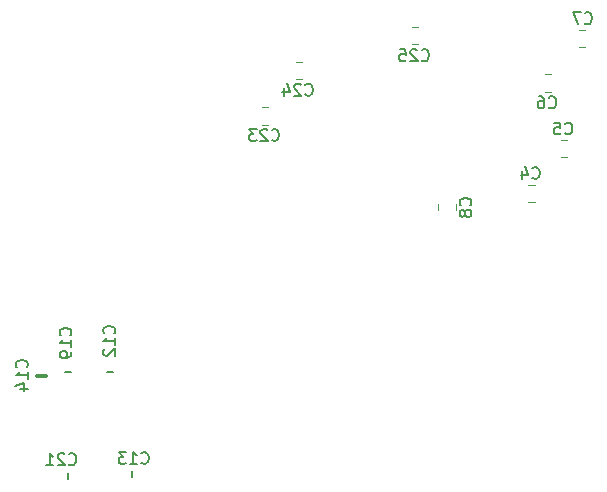
<source format=gbr>
%TF.GenerationSoftware,KiCad,Pcbnew,7.0.3*%
%TF.CreationDate,2023-06-15T19:17:25+02:00*%
%TF.ProjectId,osc_v2,6f73635f-7632-42e6-9b69-6361645f7063,rev?*%
%TF.SameCoordinates,PX4300198PY9aaf9c0*%
%TF.FileFunction,Legend,Bot*%
%TF.FilePolarity,Positive*%
%FSLAX46Y46*%
G04 Gerber Fmt 4.6, Leading zero omitted, Abs format (unit mm)*
G04 Created by KiCad (PCBNEW 7.0.3) date 2023-06-15 19:17:25*
%MOMM*%
%LPD*%
G01*
G04 APERTURE LIST*
%ADD10C,0.150000*%
%ADD11C,0.203200*%
%ADD12C,0.120000*%
%ADD13C,0.304800*%
G04 APERTURE END LIST*
D10*
%TO.C,C12*%
X22374580Y21691793D02*
X22422200Y21739412D01*
X22422200Y21739412D02*
X22469819Y21882269D01*
X22469819Y21882269D02*
X22469819Y21977507D01*
X22469819Y21977507D02*
X22422200Y22120364D01*
X22422200Y22120364D02*
X22326961Y22215602D01*
X22326961Y22215602D02*
X22231723Y22263221D01*
X22231723Y22263221D02*
X22041247Y22310840D01*
X22041247Y22310840D02*
X21898390Y22310840D01*
X21898390Y22310840D02*
X21707914Y22263221D01*
X21707914Y22263221D02*
X21612676Y22215602D01*
X21612676Y22215602D02*
X21517438Y22120364D01*
X21517438Y22120364D02*
X21469819Y21977507D01*
X21469819Y21977507D02*
X21469819Y21882269D01*
X21469819Y21882269D02*
X21517438Y21739412D01*
X21517438Y21739412D02*
X21565057Y21691793D01*
X22469819Y20739412D02*
X22469819Y21310840D01*
X22469819Y21025126D02*
X21469819Y21025126D01*
X21469819Y21025126D02*
X21612676Y21120364D01*
X21612676Y21120364D02*
X21707914Y21215602D01*
X21707914Y21215602D02*
X21755533Y21310840D01*
X21565057Y20358459D02*
X21517438Y20310840D01*
X21517438Y20310840D02*
X21469819Y20215602D01*
X21469819Y20215602D02*
X21469819Y19977507D01*
X21469819Y19977507D02*
X21517438Y19882269D01*
X21517438Y19882269D02*
X21565057Y19834650D01*
X21565057Y19834650D02*
X21660295Y19787031D01*
X21660295Y19787031D02*
X21755533Y19787031D01*
X21755533Y19787031D02*
X21898390Y19834650D01*
X21898390Y19834650D02*
X22469819Y20406078D01*
X22469819Y20406078D02*
X22469819Y19787031D01*
%TO.C,C25*%
X48414173Y44830420D02*
X48461792Y44782800D01*
X48461792Y44782800D02*
X48604649Y44735181D01*
X48604649Y44735181D02*
X48699887Y44735181D01*
X48699887Y44735181D02*
X48842744Y44782800D01*
X48842744Y44782800D02*
X48937982Y44878039D01*
X48937982Y44878039D02*
X48985601Y44973277D01*
X48985601Y44973277D02*
X49033220Y45163753D01*
X49033220Y45163753D02*
X49033220Y45306610D01*
X49033220Y45306610D02*
X48985601Y45497086D01*
X48985601Y45497086D02*
X48937982Y45592324D01*
X48937982Y45592324D02*
X48842744Y45687562D01*
X48842744Y45687562D02*
X48699887Y45735181D01*
X48699887Y45735181D02*
X48604649Y45735181D01*
X48604649Y45735181D02*
X48461792Y45687562D01*
X48461792Y45687562D02*
X48414173Y45639943D01*
X48033220Y45639943D02*
X47985601Y45687562D01*
X47985601Y45687562D02*
X47890363Y45735181D01*
X47890363Y45735181D02*
X47652268Y45735181D01*
X47652268Y45735181D02*
X47557030Y45687562D01*
X47557030Y45687562D02*
X47509411Y45639943D01*
X47509411Y45639943D02*
X47461792Y45544705D01*
X47461792Y45544705D02*
X47461792Y45449467D01*
X47461792Y45449467D02*
X47509411Y45306610D01*
X47509411Y45306610D02*
X48080839Y44735181D01*
X48080839Y44735181D02*
X47461792Y44735181D01*
X46557030Y45735181D02*
X47033220Y45735181D01*
X47033220Y45735181D02*
X47080839Y45258991D01*
X47080839Y45258991D02*
X47033220Y45306610D01*
X47033220Y45306610D02*
X46937982Y45354229D01*
X46937982Y45354229D02*
X46699887Y45354229D01*
X46699887Y45354229D02*
X46604649Y45306610D01*
X46604649Y45306610D02*
X46557030Y45258991D01*
X46557030Y45258991D02*
X46509411Y45163753D01*
X46509411Y45163753D02*
X46509411Y44925658D01*
X46509411Y44925658D02*
X46557030Y44830420D01*
X46557030Y44830420D02*
X46604649Y44782800D01*
X46604649Y44782800D02*
X46699887Y44735181D01*
X46699887Y44735181D02*
X46937982Y44735181D01*
X46937982Y44735181D02*
X47033220Y44782800D01*
X47033220Y44782800D02*
X47080839Y44830420D01*
%TO.C,C13*%
X24691792Y10725420D02*
X24739411Y10677800D01*
X24739411Y10677800D02*
X24882268Y10630181D01*
X24882268Y10630181D02*
X24977506Y10630181D01*
X24977506Y10630181D02*
X25120363Y10677800D01*
X25120363Y10677800D02*
X25215601Y10773039D01*
X25215601Y10773039D02*
X25263220Y10868277D01*
X25263220Y10868277D02*
X25310839Y11058753D01*
X25310839Y11058753D02*
X25310839Y11201610D01*
X25310839Y11201610D02*
X25263220Y11392086D01*
X25263220Y11392086D02*
X25215601Y11487324D01*
X25215601Y11487324D02*
X25120363Y11582562D01*
X25120363Y11582562D02*
X24977506Y11630181D01*
X24977506Y11630181D02*
X24882268Y11630181D01*
X24882268Y11630181D02*
X24739411Y11582562D01*
X24739411Y11582562D02*
X24691792Y11534943D01*
X23739411Y10630181D02*
X24310839Y10630181D01*
X24025125Y10630181D02*
X24025125Y11630181D01*
X24025125Y11630181D02*
X24120363Y11487324D01*
X24120363Y11487324D02*
X24215601Y11392086D01*
X24215601Y11392086D02*
X24310839Y11344467D01*
X23406077Y11630181D02*
X22787030Y11630181D01*
X22787030Y11630181D02*
X23120363Y11249229D01*
X23120363Y11249229D02*
X22977506Y11249229D01*
X22977506Y11249229D02*
X22882268Y11201610D01*
X22882268Y11201610D02*
X22834649Y11153991D01*
X22834649Y11153991D02*
X22787030Y11058753D01*
X22787030Y11058753D02*
X22787030Y10820658D01*
X22787030Y10820658D02*
X22834649Y10725420D01*
X22834649Y10725420D02*
X22882268Y10677800D01*
X22882268Y10677800D02*
X22977506Y10630181D01*
X22977506Y10630181D02*
X23263220Y10630181D01*
X23263220Y10630181D02*
X23358458Y10677800D01*
X23358458Y10677800D02*
X23406077Y10725420D01*
%TO.C,C7*%
X62217982Y47960420D02*
X62265601Y47912800D01*
X62265601Y47912800D02*
X62408458Y47865181D01*
X62408458Y47865181D02*
X62503696Y47865181D01*
X62503696Y47865181D02*
X62646553Y47912800D01*
X62646553Y47912800D02*
X62741791Y48008039D01*
X62741791Y48008039D02*
X62789410Y48103277D01*
X62789410Y48103277D02*
X62837029Y48293753D01*
X62837029Y48293753D02*
X62837029Y48436610D01*
X62837029Y48436610D02*
X62789410Y48627086D01*
X62789410Y48627086D02*
X62741791Y48722324D01*
X62741791Y48722324D02*
X62646553Y48817562D01*
X62646553Y48817562D02*
X62503696Y48865181D01*
X62503696Y48865181D02*
X62408458Y48865181D01*
X62408458Y48865181D02*
X62265601Y48817562D01*
X62265601Y48817562D02*
X62217982Y48769943D01*
X61884648Y48865181D02*
X61217982Y48865181D01*
X61217982Y48865181D02*
X61646553Y47865181D01*
%TO.C,C24*%
X38576673Y41910420D02*
X38624292Y41862800D01*
X38624292Y41862800D02*
X38767149Y41815181D01*
X38767149Y41815181D02*
X38862387Y41815181D01*
X38862387Y41815181D02*
X39005244Y41862800D01*
X39005244Y41862800D02*
X39100482Y41958039D01*
X39100482Y41958039D02*
X39148101Y42053277D01*
X39148101Y42053277D02*
X39195720Y42243753D01*
X39195720Y42243753D02*
X39195720Y42386610D01*
X39195720Y42386610D02*
X39148101Y42577086D01*
X39148101Y42577086D02*
X39100482Y42672324D01*
X39100482Y42672324D02*
X39005244Y42767562D01*
X39005244Y42767562D02*
X38862387Y42815181D01*
X38862387Y42815181D02*
X38767149Y42815181D01*
X38767149Y42815181D02*
X38624292Y42767562D01*
X38624292Y42767562D02*
X38576673Y42719943D01*
X38195720Y42719943D02*
X38148101Y42767562D01*
X38148101Y42767562D02*
X38052863Y42815181D01*
X38052863Y42815181D02*
X37814768Y42815181D01*
X37814768Y42815181D02*
X37719530Y42767562D01*
X37719530Y42767562D02*
X37671911Y42719943D01*
X37671911Y42719943D02*
X37624292Y42624705D01*
X37624292Y42624705D02*
X37624292Y42529467D01*
X37624292Y42529467D02*
X37671911Y42386610D01*
X37671911Y42386610D02*
X38243339Y41815181D01*
X38243339Y41815181D02*
X37624292Y41815181D01*
X36767149Y42481848D02*
X36767149Y41815181D01*
X37005244Y42862800D02*
X37243339Y42148515D01*
X37243339Y42148515D02*
X36624292Y42148515D01*
%TO.C,C21*%
X18544292Y10619320D02*
X18591911Y10571700D01*
X18591911Y10571700D02*
X18734768Y10524081D01*
X18734768Y10524081D02*
X18830006Y10524081D01*
X18830006Y10524081D02*
X18972863Y10571700D01*
X18972863Y10571700D02*
X19068101Y10666939D01*
X19068101Y10666939D02*
X19115720Y10762177D01*
X19115720Y10762177D02*
X19163339Y10952653D01*
X19163339Y10952653D02*
X19163339Y11095510D01*
X19163339Y11095510D02*
X19115720Y11285986D01*
X19115720Y11285986D02*
X19068101Y11381224D01*
X19068101Y11381224D02*
X18972863Y11476462D01*
X18972863Y11476462D02*
X18830006Y11524081D01*
X18830006Y11524081D02*
X18734768Y11524081D01*
X18734768Y11524081D02*
X18591911Y11476462D01*
X18591911Y11476462D02*
X18544292Y11428843D01*
X18163339Y11428843D02*
X18115720Y11476462D01*
X18115720Y11476462D02*
X18020482Y11524081D01*
X18020482Y11524081D02*
X17782387Y11524081D01*
X17782387Y11524081D02*
X17687149Y11476462D01*
X17687149Y11476462D02*
X17639530Y11428843D01*
X17639530Y11428843D02*
X17591911Y11333605D01*
X17591911Y11333605D02*
X17591911Y11238367D01*
X17591911Y11238367D02*
X17639530Y11095510D01*
X17639530Y11095510D02*
X18210958Y10524081D01*
X18210958Y10524081D02*
X17591911Y10524081D01*
X16639530Y10524081D02*
X17210958Y10524081D01*
X16925244Y10524081D02*
X16925244Y11524081D01*
X16925244Y11524081D02*
X17020482Y11381224D01*
X17020482Y11381224D02*
X17115720Y11285986D01*
X17115720Y11285986D02*
X17210958Y11238367D01*
%TO.C,C19*%
X18674580Y21513717D02*
X18722200Y21561336D01*
X18722200Y21561336D02*
X18769819Y21704193D01*
X18769819Y21704193D02*
X18769819Y21799431D01*
X18769819Y21799431D02*
X18722200Y21942288D01*
X18722200Y21942288D02*
X18626961Y22037526D01*
X18626961Y22037526D02*
X18531723Y22085145D01*
X18531723Y22085145D02*
X18341247Y22132764D01*
X18341247Y22132764D02*
X18198390Y22132764D01*
X18198390Y22132764D02*
X18007914Y22085145D01*
X18007914Y22085145D02*
X17912676Y22037526D01*
X17912676Y22037526D02*
X17817438Y21942288D01*
X17817438Y21942288D02*
X17769819Y21799431D01*
X17769819Y21799431D02*
X17769819Y21704193D01*
X17769819Y21704193D02*
X17817438Y21561336D01*
X17817438Y21561336D02*
X17865057Y21513717D01*
X18769819Y20561336D02*
X18769819Y21132764D01*
X18769819Y20847050D02*
X17769819Y20847050D01*
X17769819Y20847050D02*
X17912676Y20942288D01*
X17912676Y20942288D02*
X18007914Y21037526D01*
X18007914Y21037526D02*
X18055533Y21132764D01*
X18769819Y20085145D02*
X18769819Y19894669D01*
X18769819Y19894669D02*
X18722200Y19799431D01*
X18722200Y19799431D02*
X18674580Y19751812D01*
X18674580Y19751812D02*
X18531723Y19656574D01*
X18531723Y19656574D02*
X18341247Y19608955D01*
X18341247Y19608955D02*
X17960295Y19608955D01*
X17960295Y19608955D02*
X17865057Y19656574D01*
X17865057Y19656574D02*
X17817438Y19704193D01*
X17817438Y19704193D02*
X17769819Y19799431D01*
X17769819Y19799431D02*
X17769819Y19989907D01*
X17769819Y19989907D02*
X17817438Y20085145D01*
X17817438Y20085145D02*
X17865057Y20132764D01*
X17865057Y20132764D02*
X17960295Y20180383D01*
X17960295Y20180383D02*
X18198390Y20180383D01*
X18198390Y20180383D02*
X18293628Y20132764D01*
X18293628Y20132764D02*
X18341247Y20085145D01*
X18341247Y20085145D02*
X18388866Y19989907D01*
X18388866Y19989907D02*
X18388866Y19799431D01*
X18388866Y19799431D02*
X18341247Y19704193D01*
X18341247Y19704193D02*
X18293628Y19656574D01*
X18293628Y19656574D02*
X18198390Y19608955D01*
%TO.C,C14*%
X14974580Y18796555D02*
X15022200Y18844174D01*
X15022200Y18844174D02*
X15069819Y18987031D01*
X15069819Y18987031D02*
X15069819Y19082269D01*
X15069819Y19082269D02*
X15022200Y19225126D01*
X15022200Y19225126D02*
X14926961Y19320364D01*
X14926961Y19320364D02*
X14831723Y19367983D01*
X14831723Y19367983D02*
X14641247Y19415602D01*
X14641247Y19415602D02*
X14498390Y19415602D01*
X14498390Y19415602D02*
X14307914Y19367983D01*
X14307914Y19367983D02*
X14212676Y19320364D01*
X14212676Y19320364D02*
X14117438Y19225126D01*
X14117438Y19225126D02*
X14069819Y19082269D01*
X14069819Y19082269D02*
X14069819Y18987031D01*
X14069819Y18987031D02*
X14117438Y18844174D01*
X14117438Y18844174D02*
X14165057Y18796555D01*
X15069819Y17844174D02*
X15069819Y18415602D01*
X15069819Y18129888D02*
X14069819Y18129888D01*
X14069819Y18129888D02*
X14212676Y18225126D01*
X14212676Y18225126D02*
X14307914Y18320364D01*
X14307914Y18320364D02*
X14355533Y18415602D01*
X14403152Y16987031D02*
X15069819Y16987031D01*
X14022200Y17225126D02*
X14736485Y17463221D01*
X14736485Y17463221D02*
X14736485Y16844174D01*
%TO.C,C6*%
X59197982Y40840420D02*
X59245601Y40792800D01*
X59245601Y40792800D02*
X59388458Y40745181D01*
X59388458Y40745181D02*
X59483696Y40745181D01*
X59483696Y40745181D02*
X59626553Y40792800D01*
X59626553Y40792800D02*
X59721791Y40888039D01*
X59721791Y40888039D02*
X59769410Y40983277D01*
X59769410Y40983277D02*
X59817029Y41173753D01*
X59817029Y41173753D02*
X59817029Y41316610D01*
X59817029Y41316610D02*
X59769410Y41507086D01*
X59769410Y41507086D02*
X59721791Y41602324D01*
X59721791Y41602324D02*
X59626553Y41697562D01*
X59626553Y41697562D02*
X59483696Y41745181D01*
X59483696Y41745181D02*
X59388458Y41745181D01*
X59388458Y41745181D02*
X59245601Y41697562D01*
X59245601Y41697562D02*
X59197982Y41649943D01*
X58340839Y41745181D02*
X58531315Y41745181D01*
X58531315Y41745181D02*
X58626553Y41697562D01*
X58626553Y41697562D02*
X58674172Y41649943D01*
X58674172Y41649943D02*
X58769410Y41507086D01*
X58769410Y41507086D02*
X58817029Y41316610D01*
X58817029Y41316610D02*
X58817029Y40935658D01*
X58817029Y40935658D02*
X58769410Y40840420D01*
X58769410Y40840420D02*
X58721791Y40792800D01*
X58721791Y40792800D02*
X58626553Y40745181D01*
X58626553Y40745181D02*
X58436077Y40745181D01*
X58436077Y40745181D02*
X58340839Y40792800D01*
X58340839Y40792800D02*
X58293220Y40840420D01*
X58293220Y40840420D02*
X58245601Y40935658D01*
X58245601Y40935658D02*
X58245601Y41173753D01*
X58245601Y41173753D02*
X58293220Y41268991D01*
X58293220Y41268991D02*
X58340839Y41316610D01*
X58340839Y41316610D02*
X58436077Y41364229D01*
X58436077Y41364229D02*
X58626553Y41364229D01*
X58626553Y41364229D02*
X58721791Y41316610D01*
X58721791Y41316610D02*
X58769410Y41268991D01*
X58769410Y41268991D02*
X58817029Y41173753D01*
%TO.C,C8*%
X52539580Y32517983D02*
X52587200Y32565602D01*
X52587200Y32565602D02*
X52634819Y32708459D01*
X52634819Y32708459D02*
X52634819Y32803697D01*
X52634819Y32803697D02*
X52587200Y32946554D01*
X52587200Y32946554D02*
X52491961Y33041792D01*
X52491961Y33041792D02*
X52396723Y33089411D01*
X52396723Y33089411D02*
X52206247Y33137030D01*
X52206247Y33137030D02*
X52063390Y33137030D01*
X52063390Y33137030D02*
X51872914Y33089411D01*
X51872914Y33089411D02*
X51777676Y33041792D01*
X51777676Y33041792D02*
X51682438Y32946554D01*
X51682438Y32946554D02*
X51634819Y32803697D01*
X51634819Y32803697D02*
X51634819Y32708459D01*
X51634819Y32708459D02*
X51682438Y32565602D01*
X51682438Y32565602D02*
X51730057Y32517983D01*
X52063390Y31946554D02*
X52015771Y32041792D01*
X52015771Y32041792D02*
X51968152Y32089411D01*
X51968152Y32089411D02*
X51872914Y32137030D01*
X51872914Y32137030D02*
X51825295Y32137030D01*
X51825295Y32137030D02*
X51730057Y32089411D01*
X51730057Y32089411D02*
X51682438Y32041792D01*
X51682438Y32041792D02*
X51634819Y31946554D01*
X51634819Y31946554D02*
X51634819Y31756078D01*
X51634819Y31756078D02*
X51682438Y31660840D01*
X51682438Y31660840D02*
X51730057Y31613221D01*
X51730057Y31613221D02*
X51825295Y31565602D01*
X51825295Y31565602D02*
X51872914Y31565602D01*
X51872914Y31565602D02*
X51968152Y31613221D01*
X51968152Y31613221D02*
X52015771Y31660840D01*
X52015771Y31660840D02*
X52063390Y31756078D01*
X52063390Y31756078D02*
X52063390Y31946554D01*
X52063390Y31946554D02*
X52111009Y32041792D01*
X52111009Y32041792D02*
X52158628Y32089411D01*
X52158628Y32089411D02*
X52253866Y32137030D01*
X52253866Y32137030D02*
X52444342Y32137030D01*
X52444342Y32137030D02*
X52539580Y32089411D01*
X52539580Y32089411D02*
X52587200Y32041792D01*
X52587200Y32041792D02*
X52634819Y31946554D01*
X52634819Y31946554D02*
X52634819Y31756078D01*
X52634819Y31756078D02*
X52587200Y31660840D01*
X52587200Y31660840D02*
X52539580Y31613221D01*
X52539580Y31613221D02*
X52444342Y31565602D01*
X52444342Y31565602D02*
X52253866Y31565602D01*
X52253866Y31565602D02*
X52158628Y31613221D01*
X52158628Y31613221D02*
X52111009Y31660840D01*
X52111009Y31660840D02*
X52063390Y31756078D01*
%TO.C,C23*%
X35726673Y38060420D02*
X35774292Y38012800D01*
X35774292Y38012800D02*
X35917149Y37965181D01*
X35917149Y37965181D02*
X36012387Y37965181D01*
X36012387Y37965181D02*
X36155244Y38012800D01*
X36155244Y38012800D02*
X36250482Y38108039D01*
X36250482Y38108039D02*
X36298101Y38203277D01*
X36298101Y38203277D02*
X36345720Y38393753D01*
X36345720Y38393753D02*
X36345720Y38536610D01*
X36345720Y38536610D02*
X36298101Y38727086D01*
X36298101Y38727086D02*
X36250482Y38822324D01*
X36250482Y38822324D02*
X36155244Y38917562D01*
X36155244Y38917562D02*
X36012387Y38965181D01*
X36012387Y38965181D02*
X35917149Y38965181D01*
X35917149Y38965181D02*
X35774292Y38917562D01*
X35774292Y38917562D02*
X35726673Y38869943D01*
X35345720Y38869943D02*
X35298101Y38917562D01*
X35298101Y38917562D02*
X35202863Y38965181D01*
X35202863Y38965181D02*
X34964768Y38965181D01*
X34964768Y38965181D02*
X34869530Y38917562D01*
X34869530Y38917562D02*
X34821911Y38869943D01*
X34821911Y38869943D02*
X34774292Y38774705D01*
X34774292Y38774705D02*
X34774292Y38679467D01*
X34774292Y38679467D02*
X34821911Y38536610D01*
X34821911Y38536610D02*
X35393339Y37965181D01*
X35393339Y37965181D02*
X34774292Y37965181D01*
X34440958Y38965181D02*
X33821911Y38965181D01*
X33821911Y38965181D02*
X34155244Y38584229D01*
X34155244Y38584229D02*
X34012387Y38584229D01*
X34012387Y38584229D02*
X33917149Y38536610D01*
X33917149Y38536610D02*
X33869530Y38488991D01*
X33869530Y38488991D02*
X33821911Y38393753D01*
X33821911Y38393753D02*
X33821911Y38155658D01*
X33821911Y38155658D02*
X33869530Y38060420D01*
X33869530Y38060420D02*
X33917149Y38012800D01*
X33917149Y38012800D02*
X34012387Y37965181D01*
X34012387Y37965181D02*
X34298101Y37965181D01*
X34298101Y37965181D02*
X34393339Y38012800D01*
X34393339Y38012800D02*
X34440958Y38060420D01*
%TO.C,C4*%
X57792982Y34865420D02*
X57840601Y34817800D01*
X57840601Y34817800D02*
X57983458Y34770181D01*
X57983458Y34770181D02*
X58078696Y34770181D01*
X58078696Y34770181D02*
X58221553Y34817800D01*
X58221553Y34817800D02*
X58316791Y34913039D01*
X58316791Y34913039D02*
X58364410Y35008277D01*
X58364410Y35008277D02*
X58412029Y35198753D01*
X58412029Y35198753D02*
X58412029Y35341610D01*
X58412029Y35341610D02*
X58364410Y35532086D01*
X58364410Y35532086D02*
X58316791Y35627324D01*
X58316791Y35627324D02*
X58221553Y35722562D01*
X58221553Y35722562D02*
X58078696Y35770181D01*
X58078696Y35770181D02*
X57983458Y35770181D01*
X57983458Y35770181D02*
X57840601Y35722562D01*
X57840601Y35722562D02*
X57792982Y35674943D01*
X56935839Y35436848D02*
X56935839Y34770181D01*
X57173934Y35817800D02*
X57412029Y35103515D01*
X57412029Y35103515D02*
X56792982Y35103515D01*
%TO.C,C5*%
X60555482Y38615420D02*
X60603101Y38567800D01*
X60603101Y38567800D02*
X60745958Y38520181D01*
X60745958Y38520181D02*
X60841196Y38520181D01*
X60841196Y38520181D02*
X60984053Y38567800D01*
X60984053Y38567800D02*
X61079291Y38663039D01*
X61079291Y38663039D02*
X61126910Y38758277D01*
X61126910Y38758277D02*
X61174529Y38948753D01*
X61174529Y38948753D02*
X61174529Y39091610D01*
X61174529Y39091610D02*
X61126910Y39282086D01*
X61126910Y39282086D02*
X61079291Y39377324D01*
X61079291Y39377324D02*
X60984053Y39472562D01*
X60984053Y39472562D02*
X60841196Y39520181D01*
X60841196Y39520181D02*
X60745958Y39520181D01*
X60745958Y39520181D02*
X60603101Y39472562D01*
X60603101Y39472562D02*
X60555482Y39424943D01*
X59650720Y39520181D02*
X60126910Y39520181D01*
X60126910Y39520181D02*
X60174529Y39043991D01*
X60174529Y39043991D02*
X60126910Y39091610D01*
X60126910Y39091610D02*
X60031672Y39139229D01*
X60031672Y39139229D02*
X59793577Y39139229D01*
X59793577Y39139229D02*
X59698339Y39091610D01*
X59698339Y39091610D02*
X59650720Y39043991D01*
X59650720Y39043991D02*
X59603101Y38948753D01*
X59603101Y38948753D02*
X59603101Y38710658D01*
X59603101Y38710658D02*
X59650720Y38615420D01*
X59650720Y38615420D02*
X59698339Y38567800D01*
X59698339Y38567800D02*
X59793577Y38520181D01*
X59793577Y38520181D02*
X60031672Y38520181D01*
X60031672Y38520181D02*
X60126910Y38567800D01*
X60126910Y38567800D02*
X60174529Y38615420D01*
D11*
%TO.C,C12*%
X21800838Y18425162D02*
X22308838Y18425162D01*
D12*
%TO.C,C25*%
X48131252Y46155000D02*
X47608748Y46155000D01*
X48131252Y47625000D02*
X47608748Y47625000D01*
D11*
%TO.C,C13*%
X23900000Y10054000D02*
X23900000Y9546000D01*
D12*
%TO.C,C7*%
X61768748Y47365000D02*
X62291252Y47365000D01*
X61768748Y45895000D02*
X62291252Y45895000D01*
%TO.C,C24*%
X37771248Y44685000D02*
X38293752Y44685000D01*
X37771248Y43215000D02*
X38293752Y43215000D01*
D11*
%TO.C,C21*%
X18500000Y9854000D02*
X18500000Y9346000D01*
%TO.C,C19*%
X18754000Y18417162D02*
X18246000Y18417162D01*
D13*
%TO.C,C14*%
X16654838Y18075162D02*
X15854838Y18075162D01*
D12*
%TO.C,C6*%
X58868748Y43615000D02*
X59391252Y43615000D01*
X58868748Y42145000D02*
X59391252Y42145000D01*
%TO.C,C8*%
X51315000Y32611252D02*
X51315000Y32088748D01*
X49845000Y32611252D02*
X49845000Y32088748D01*
%TO.C,C23*%
X34921248Y40835000D02*
X35443752Y40835000D01*
X34921248Y39365000D02*
X35443752Y39365000D01*
%TO.C,C4*%
X57463748Y34260000D02*
X57986252Y34260000D01*
X57463748Y32790000D02*
X57986252Y32790000D01*
%TO.C,C5*%
X60213748Y38060000D02*
X60736252Y38060000D01*
X60213748Y36590000D02*
X60736252Y36590000D01*
%TD*%
M02*

</source>
